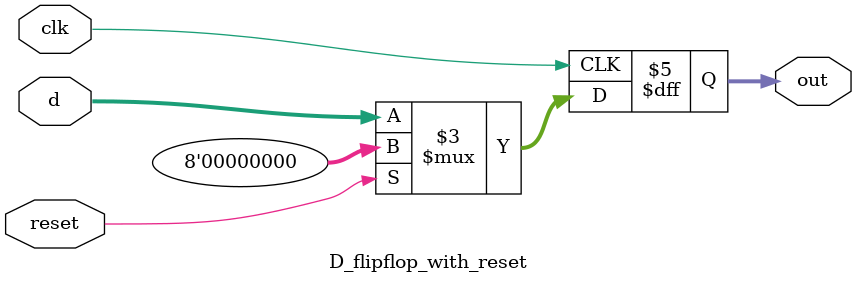
<source format=v>
module D_flipflop_with_reset(
    input clk,
    input reset,
    input [7:0] d, // 8-bit data input
    output reg[7:0] out // 8-bit data output
);

always@(posedge clk) begin
    if(reset)
        out <=8'b0; // If reset is high, set output to 0
    else
        out <= d;
    end
endmodule
</source>
